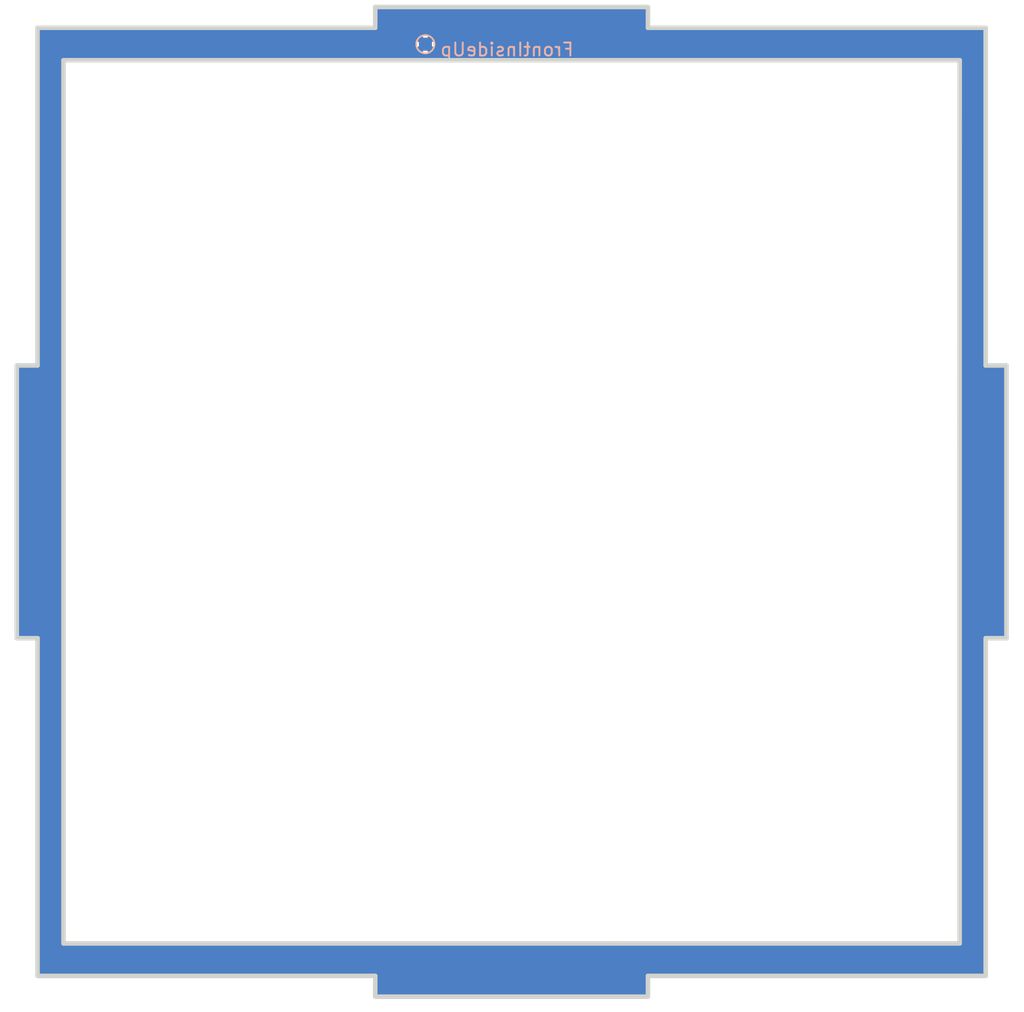
<source format=kicad_pcb>
(kicad_pcb (version 20221018) (generator pcbnew)
  (layers (0 "F.Cu" signal) (31 "B.Cu" signal) (34 "B.Paste" user) (35 "F.Paste" user) (36 "B.SilkS" user "B.Silkscreen") (37 "F.SilkS" user "F.Silkscreen") (38 "B.Mask" user) (39 "F.Mask" user) (44 "Edge.Cuts" user))
  (net 0 "")
  (footprint "TestPoint:TestPoint_Pad_D1.0mm" (layer "F.Cu") (at 128.85946 28.266)
    (fp_text reference "TP5" hide)
    (fp_text value "TestPoint" hide)
    (fp_circle (center 0 0) (end 0 0.7) (stroke (width 0.12)) (fill none) (layer "F.SilkS"))
    (pad "1" smd circle (at 0 0) (size 1 1) (layers "F.Cu" "F.Mask"))
  )
  (footprint "TestPoint:TestPoint_Pad_D1.0mm" (layer "B.Cu") (at 128.85946 28.266 180)
    (fp_text reference "TP5" hide)
    (fp_text value "TestPoint" hide)
    (fp_circle (center 0 0) (end 0 -0.7) (stroke (width 0.12)) (fill none) (layer "B.SilkS"))
    (pad "1" smd circle (at 0 0 180) (size 1 1) (layers "B.Cu" "B.Mask"))
  )
  (gr_line (start 101 67.966) (end 101 97.5) (stroke (width 0.349999)) (layer "Edge.Cuts"))
  (gr_line (start 124.99946 25.4) (end 145.99946 25.4) (stroke (width 0.35)) (layer "Edge.Cuts"))
  (gr_line (start 99 100) (end 99 74) (stroke (width 0.349999)) (layer "Edge.Cuts"))
  (gr_line (start 169.996 59) (end 170 29.5) (stroke (width 0.349999)) (layer "Edge.Cuts"))
  (gr_line (start 143.966 97.5) (end 101 97.5) (stroke (width 0.349999)) (layer "Edge.Cuts"))
  (gr_line (start 146 101.6) (end 125 101.6) (stroke (width 0.349999)) (layer "Edge.Cuts"))
  (gr_line (start 130.466 29.5) (end 101 29.5) (stroke (width 0.349999)) (layer "Edge.Cuts"))
  (gr_line (start 125 100) (end 125 101.6) (stroke (width 0.349999)) (layer "Edge.Cuts"))
  (gr_line (start 145.99946 25.4) (end 145.99946 27) (stroke (width 0.349999)) (layer "Edge.Cuts"))
  (gr_line (start 172 74) (end 173.59946 74) (stroke (width 0.349999)) (layer "Edge.Cuts"))
  (gr_line (start 171.99946 53) (end 173.59946 53) (stroke (width 0.349999)) (layer "Edge.Cuts"))
  (gr_line (start 143.966 97.5) (end 169.996 97.5) (stroke (width 0.349999)) (layer "Edge.Cuts"))
  (gr_line (start 97.4 53) (end 99 53) (stroke (width 0.349999)) (layer "Edge.Cuts"))
  (gr_line (start 101 67.966) (end 101 29.5) (stroke (width 0.349999)) (layer "Edge.Cuts"))
  (gr_line (start 99 53) (end 99 27) (stroke (width 0.349999)) (layer "Edge.Cuts"))
  (gr_line (start 99 74) (end 97.4 74) (stroke (width 0.349999)) (layer "Edge.Cuts"))
  (gr_line (start 146 100) (end 146 101.6) (stroke (width 0.349999)) (layer "Edge.Cuts"))
  (gr_line (start 97.4 74) (end 97.4 53) (stroke (width 0.349999)) (layer "Edge.Cuts"))
  (gr_line (start 173.59946 53.006) (end 173.59946 74) (stroke (width 0.349999)) (layer "Edge.Cuts"))
  (gr_line (start 172 100) (end 146 100) (stroke (width 0.349999)) (layer "Edge.Cuts"))
  (gr_line (start 172 27) (end 171.99946 53) (stroke (width 0.349999)) (layer "Edge.Cuts"))
  (gr_line (start 169.996 59) (end 169.996 97.5) (stroke (width 0.35)) (layer "Edge.Cuts"))
  (gr_line (start 124.99946 26.999999) (end 99 26.999999) (stroke (width 0.349999)) (layer "Edge.Cuts"))
  (gr_line (start 172 74) (end 172 100) (stroke (width 0.349999)) (layer "Edge.Cuts"))
  (gr_line (start 124.99946 25.4) (end 124.99946 26.999999) (stroke (width 0.349999)) (layer "Edge.Cuts"))
  (gr_line (start 130.466 29.5) (end 170 29.5) (stroke (width 0.349999)) (layer "Edge.Cuts"))
  (gr_line (start 146 27) (end 172 27) (stroke (width 0.349999)) (layer "Edge.Cuts"))
  (gr_line (start 125 100) (end 99 100) (stroke (width 0.349999)) (layer "Edge.Cuts"))
  (gr_text "FrontInsideUp" (at 140.35946 29.266) (layer "B.SilkS") (effects (font (size 1 1)) (justify left bottom mirror)))
  (zone (net 0) (net_name "") (layers "F&B.Cu") (connect_pads (clearance 0.2032)) (min_thickness 0.2032) (fill yes (thermal_gap 0.254) (thermal_bridge_width 0.508))
    (polygon (pts (xy 96.10946 102.766) (xy 174.677507 102.766) (xy 174.959767 24.862) (xy 96.39172 24.862)))
  )
)
</source>
